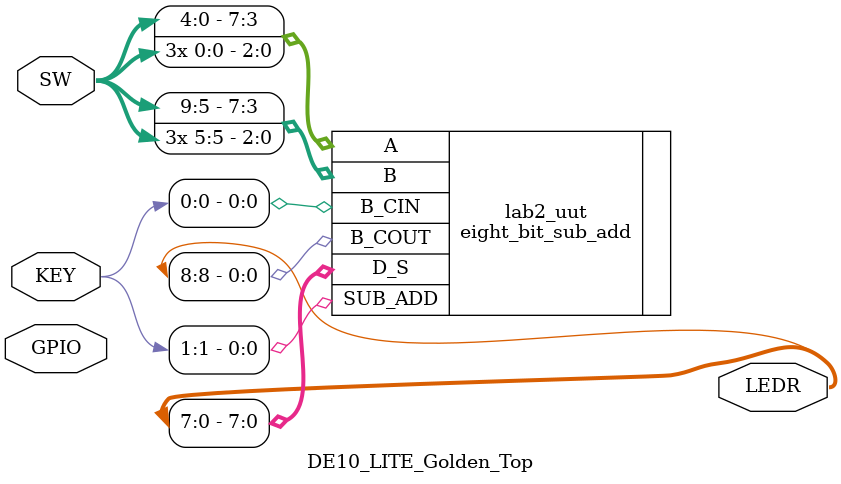
<source format=v>



//`define ENABLE_ADC_CLOCK
//`define ENABLE_CLOCK1
//`define ENABLE_CLOCK2
//`define ENABLE_SDRAM
//`define ENABLE_HEX0
//`define ENABLE_HEX1
//`define ENABLE_HEX2
//`define ENABLE_HEX3
//`define ENABLE_HEX4
//`define ENABLE_HEX5
`define ENABLE_KEY
`define ENABLE_LED
`define ENABLE_SW
//`define ENABLE_VGA
//`define ENABLE_ACCELEROMETER
//`define ENABLE_ARDUINO
`define ENABLE_GPIO

module DE10_LITE_Golden_Top(

	//////////// ADC CLOCK: 3.3-V LVTTL //////////
`ifdef ENABLE_ADC_CLOCK
	input 		          		ADC_CLK_10,
`endif
	//////////// CLOCK 1: 3.3-V LVTTL //////////
`ifdef ENABLE_CLOCK1
	input 		          		MAX10_CLK1_50,
`endif
	//////////// CLOCK 2: 3.3-V LVTTL //////////
`ifdef ENABLE_CLOCK2
	input 		          		MAX10_CLK2_50,
`endif

	//////////// SDRAM: 3.3-V LVTTL //////////
`ifdef ENABLE_SDRAM
	output		    [12:0]		DRAM_ADDR,
	output		     [1:0]		DRAM_BA,
	output		          		DRAM_CAS_N,
	output		          		DRAM_CKE,
	output		          		DRAM_CLK,
	output		          		DRAM_CS_N,
	inout 		    [15:0]		DRAM_DQ,
	output		          		DRAM_LDQM,
	output		          		DRAM_RAS_N,
	output		          		DRAM_UDQM,
	output		          		DRAM_WE_N,
`endif

	//////////// SEG7: 3.3-V LVTTL //////////
`ifdef ENABLE_HEX0
	output		     [7:0]		HEX0,
`endif
`ifdef ENABLE_HEX1
	output		     [7:0]		HEX1,
`endif
`ifdef ENABLE_HEX2
	output		     [7:0]		HEX2,
`endif
`ifdef ENABLE_HEX3
	output		     [7:0]		HEX3,
`endif
`ifdef ENABLE_HEX4
	output		     [7:0]		HEX4,
`endif
`ifdef ENABLE_HEX5
	output		     [7:0]		HEX5,
`endif

	//////////// KEY: 3.3 V SCHMITT TRIGGER //////////
`ifdef ENABLE_KEY
	input 		     [1:0]		KEY,
`endif

	//////////// LED: 3.3-V LVTTL //////////
`ifdef ENABLE_LED
	output		     [9:0]		LEDR,
`endif

	//////////// SW: 3.3-V LVTTL //////////
`ifdef ENABLE_SW
	input 		     [9:0]		SW,
`endif

	//////////// VGA: 3.3-V LVTTL //////////
`ifdef ENABLE_VGA
	output		     [3:0]		VGA_B,
	output		     [3:0]		VGA_G,
	output		          		VGA_HS,
	output		     [3:0]		VGA_R,
	output		          		VGA_VS,
`endif

	//////////// Accelerometer: 3.3-V LVTTL //////////
`ifdef ENABLE_ACCELEROMETER
	output		          		GSENSOR_CS_N,
	input 		     [2:1]		GSENSOR_INT,
	output		          		GSENSOR_SCLK,
	inout 		          		GSENSOR_SDI,
	inout 		          		GSENSOR_SDO,
`endif

	//////////// Arduino: 3.3-V LVTTL //////////
`ifdef ENABLE_ARDUINO
	inout 		    [15:0]		ARDUINO_IO,
	inout 		          		ARDUINO_RESET_N,
`endif

	//////////// GPIO, GPIO connect to GPIO Default: 3.3-V LVTTL //////////
`ifdef ENABLE_GPIO
	inout 		    [35:0]		GPIO
`endif
);

//=======================================================
//  REG/WIRE declarations
//=======================================================




//=======================================================
//  Structural coding
//=======================================================
eight_bit_sub_add lab2_uut (
 .A ({SW[4:1],{4{SW[0]}}}),
 .B ({SW[9:6],{4{SW[5]}}}),
 .B_CIN (KEY[0]),
 .SUB_ADD (KEY[1]),
 .D_S (LEDR[7:0]),
 .B_COUT (LEDR[8])
);




endmodule

</source>
